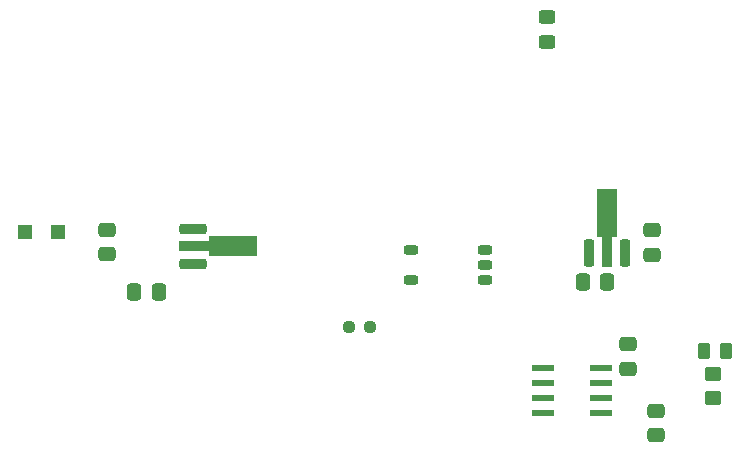
<source format=gbr>
%TF.GenerationSoftware,KiCad,Pcbnew,8.0.5*%
%TF.CreationDate,2025-05-02T16:49:58-07:00*%
%TF.ProjectId,Discharge,44697363-6861-4726-9765-2e6b69636164,rev?*%
%TF.SameCoordinates,Original*%
%TF.FileFunction,Paste,Top*%
%TF.FilePolarity,Positive*%
%FSLAX46Y46*%
G04 Gerber Fmt 4.6, Leading zero omitted, Abs format (unit mm)*
G04 Created by KiCad (PCBNEW 8.0.5) date 2025-05-02 16:49:58*
%MOMM*%
%LPD*%
G01*
G04 APERTURE LIST*
G04 Aperture macros list*
%AMRoundRect*
0 Rectangle with rounded corners*
0 $1 Rounding radius*
0 $2 $3 $4 $5 $6 $7 $8 $9 X,Y pos of 4 corners*
0 Add a 4 corners polygon primitive as box body*
4,1,4,$2,$3,$4,$5,$6,$7,$8,$9,$2,$3,0*
0 Add four circle primitives for the rounded corners*
1,1,$1+$1,$2,$3*
1,1,$1+$1,$4,$5*
1,1,$1+$1,$6,$7*
1,1,$1+$1,$8,$9*
0 Add four rect primitives between the rounded corners*
20,1,$1+$1,$2,$3,$4,$5,0*
20,1,$1+$1,$4,$5,$6,$7,0*
20,1,$1+$1,$6,$7,$8,$9,0*
20,1,$1+$1,$8,$9,$2,$3,0*%
%AMFreePoly0*
4,1,9,5.362500,-0.866500,1.237500,-0.866500,1.237500,-0.450000,-1.237500,-0.450000,-1.237500,0.450000,1.237500,0.450000,1.237500,0.866500,5.362500,0.866500,5.362500,-0.866500,5.362500,-0.866500,$1*%
G04 Aperture macros list end*
%ADD10R,1.981200X0.558800*%
%ADD11RoundRect,0.250000X0.475000X-0.337500X0.475000X0.337500X-0.475000X0.337500X-0.475000X-0.337500X0*%
%ADD12RoundRect,0.200000X-0.400000X-0.200000X0.400000X-0.200000X0.400000X0.200000X-0.400000X0.200000X0*%
%ADD13RoundRect,0.250000X0.337500X0.475000X-0.337500X0.475000X-0.337500X-0.475000X0.337500X-0.475000X0*%
%ADD14R,1.200000X1.200000*%
%ADD15RoundRect,0.250000X-0.262500X-0.450000X0.262500X-0.450000X0.262500X0.450000X-0.262500X0.450000X0*%
%ADD16RoundRect,0.250000X0.450000X-0.350000X0.450000X0.350000X-0.450000X0.350000X-0.450000X-0.350000X0*%
%ADD17RoundRect,0.225000X0.225000X-0.925000X0.225000X0.925000X-0.225000X0.925000X-0.225000X-0.925000X0*%
%ADD18FreePoly0,90.000000*%
%ADD19RoundRect,0.225000X-0.925000X-0.225000X0.925000X-0.225000X0.925000X0.225000X-0.925000X0.225000X0*%
%ADD20FreePoly0,0.000000*%
%ADD21RoundRect,0.237500X-0.250000X-0.237500X0.250000X-0.237500X0.250000X0.237500X-0.250000X0.237500X0*%
%ADD22RoundRect,0.250000X-0.475000X0.337500X-0.475000X-0.337500X0.475000X-0.337500X0.475000X0.337500X0*%
%ADD23RoundRect,0.250000X-0.450000X0.325000X-0.450000X-0.325000X0.450000X-0.325000X0.450000X0.325000X0*%
G04 APERTURE END LIST*
D10*
%TO.C,U1*%
X166649400Y-99618800D03*
X166649400Y-100888800D03*
X166649400Y-102158800D03*
X166649400Y-103428800D03*
X171577000Y-103428800D03*
X171577000Y-102158800D03*
X171577000Y-100888800D03*
X171577000Y-99618800D03*
%TD*%
D11*
%TO.C,C2*%
X173850498Y-99711343D03*
X173850498Y-97636343D03*
%TD*%
D12*
%TO.C,U4*%
X155473000Y-89662000D03*
X155473000Y-92202000D03*
X161773000Y-92202000D03*
X161773000Y-90932000D03*
X161773000Y-89662000D03*
%TD*%
D13*
%TO.C,C4*%
X134129600Y-93243400D03*
X132054600Y-93243400D03*
%TD*%
D14*
%TO.C,D1*%
X122809000Y-88087200D03*
X125609000Y-88087200D03*
%TD*%
D15*
%TO.C,R5*%
X180303998Y-98165843D03*
X182128998Y-98165843D03*
%TD*%
D13*
%TO.C,C5*%
X172093998Y-92323843D03*
X170018998Y-92323843D03*
%TD*%
D16*
%TO.C,R1*%
X181025800Y-102166300D03*
X181025800Y-100166300D03*
%TD*%
D11*
%TO.C,C6*%
X175882498Y-90059343D03*
X175882498Y-87984343D03*
%TD*%
%TO.C,C1*%
X176225200Y-105333800D03*
X176225200Y-103258800D03*
%TD*%
D17*
%TO.C,U2*%
X170597100Y-89881600D03*
D18*
X172097100Y-89794100D03*
D17*
X173597100Y-89881600D03*
%TD*%
D19*
%TO.C,U3*%
X137072200Y-87831800D03*
D20*
X137159700Y-89331800D03*
D19*
X137072200Y-90831800D03*
%TD*%
D21*
%TO.C,R3*%
X150220498Y-96187843D03*
X152045498Y-96187843D03*
%TD*%
D22*
%TO.C,C3*%
X129794000Y-87938700D03*
X129794000Y-90013700D03*
%TD*%
D23*
%TO.C,D2*%
X166992498Y-69962843D03*
X166992498Y-72012843D03*
%TD*%
M02*

</source>
